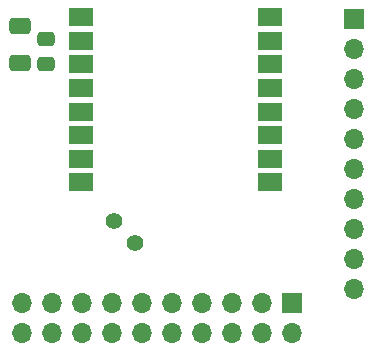
<source format=gbr>
%TF.GenerationSoftware,KiCad,Pcbnew,7.0.6*%
%TF.CreationDate,2023-09-04T00:35:45+02:00*%
%TF.ProjectId,pqunit,7071756e-6974-42e6-9b69-6361645f7063,rev?*%
%TF.SameCoordinates,Original*%
%TF.FileFunction,Soldermask,Top*%
%TF.FilePolarity,Negative*%
%FSLAX46Y46*%
G04 Gerber Fmt 4.6, Leading zero omitted, Abs format (unit mm)*
G04 Created by KiCad (PCBNEW 7.0.6) date 2023-09-04 00:35:45*
%MOMM*%
%LPD*%
G01*
G04 APERTURE LIST*
G04 Aperture macros list*
%AMRoundRect*
0 Rectangle with rounded corners*
0 $1 Rounding radius*
0 $2 $3 $4 $5 $6 $7 $8 $9 X,Y pos of 4 corners*
0 Add a 4 corners polygon primitive as box body*
4,1,4,$2,$3,$4,$5,$6,$7,$8,$9,$2,$3,0*
0 Add four circle primitives for the rounded corners*
1,1,$1+$1,$2,$3*
1,1,$1+$1,$4,$5*
1,1,$1+$1,$6,$7*
1,1,$1+$1,$8,$9*
0 Add four rect primitives between the rounded corners*
20,1,$1+$1,$2,$3,$4,$5,0*
20,1,$1+$1,$4,$5,$6,$7,0*
20,1,$1+$1,$6,$7,$8,$9,0*
20,1,$1+$1,$8,$9,$2,$3,0*%
G04 Aperture macros list end*
%ADD10C,1.400000*%
%ADD11RoundRect,0.250000X0.650000X-0.412500X0.650000X0.412500X-0.650000X0.412500X-0.650000X-0.412500X0*%
%ADD12R,2.000000X1.500000*%
%ADD13R,1.700000X1.700000*%
%ADD14O,1.700000X1.700000*%
%ADD15RoundRect,0.250000X0.475000X-0.337500X0.475000X0.337500X-0.475000X0.337500X-0.475000X-0.337500X0*%
G04 APERTURE END LIST*
D10*
%TO.C,JP1*%
X139243817Y-117513117D03*
X141039868Y-119309168D03*
%TD*%
D11*
%TO.C,C10*%
X131267714Y-104109900D03*
X131267714Y-100984900D03*
%TD*%
D12*
%TO.C,U6*%
X136445700Y-100221000D03*
X136445700Y-102221000D03*
X136445700Y-104221000D03*
X136445700Y-106221000D03*
X136445700Y-108221000D03*
X136445700Y-110221000D03*
X136445700Y-112221000D03*
X136445700Y-114221000D03*
X152445700Y-114221000D03*
X152445700Y-112221000D03*
X152445700Y-110221000D03*
X152445700Y-108221000D03*
X152445700Y-106221000D03*
X152445700Y-104221000D03*
X152445700Y-102221000D03*
X152445700Y-100221000D03*
%TD*%
D13*
%TO.C,J1*%
X154350000Y-124390000D03*
D14*
X154350000Y-126930000D03*
X151810000Y-124390000D03*
X151810000Y-126930000D03*
X149270000Y-124390000D03*
X149270000Y-126930000D03*
X146730000Y-124390000D03*
X146730000Y-126930000D03*
X144190000Y-124390000D03*
X144190000Y-126930000D03*
X141650000Y-124390000D03*
X141650000Y-126930000D03*
X139110000Y-124390000D03*
X139110000Y-126930000D03*
X136570000Y-124390000D03*
X136570000Y-126930000D03*
X134030000Y-124390000D03*
X134030000Y-126930000D03*
X131490000Y-124390000D03*
X131490000Y-126930000D03*
%TD*%
D15*
%TO.C,C8*%
X133523700Y-104165200D03*
X133523700Y-102090200D03*
%TD*%
D13*
%TO.C,J2*%
X159584100Y-100363000D03*
D14*
X159584100Y-102903000D03*
X159584100Y-105443000D03*
X159584100Y-107983000D03*
X159584100Y-110523000D03*
X159584100Y-113063000D03*
X159584100Y-115603000D03*
X159584100Y-118143000D03*
X159584100Y-120683000D03*
X159584100Y-123223000D03*
%TD*%
M02*

</source>
